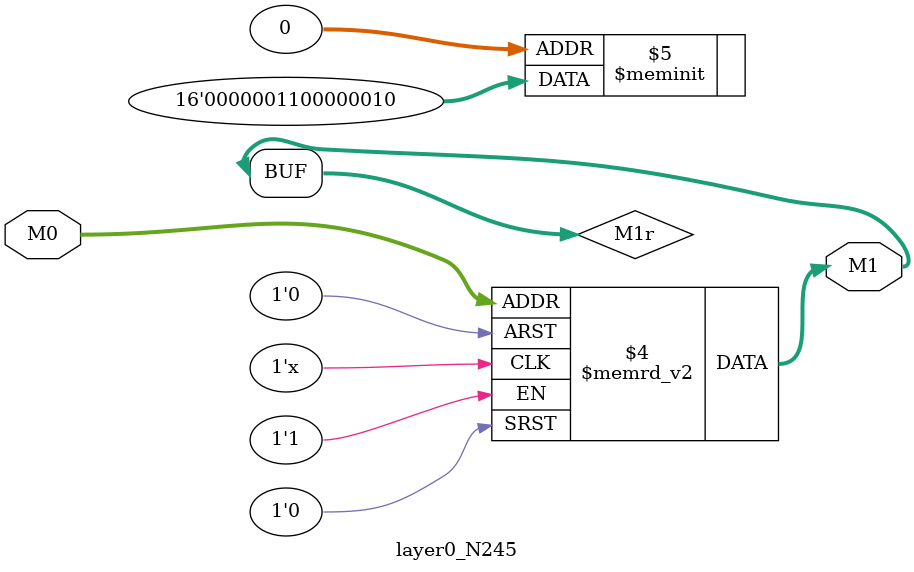
<source format=v>
module layer0_N245 ( input [2:0] M0, output [1:0] M1 );

	(*rom_style = "distributed" *) reg [1:0] M1r;
	assign M1 = M1r;
	always @ (M0) begin
		case (M0)
			3'b000: M1r = 2'b10;
			3'b100: M1r = 2'b11;
			3'b010: M1r = 2'b00;
			3'b110: M1r = 2'b00;
			3'b001: M1r = 2'b00;
			3'b101: M1r = 2'b00;
			3'b011: M1r = 2'b00;
			3'b111: M1r = 2'b00;

		endcase
	end
endmodule

</source>
